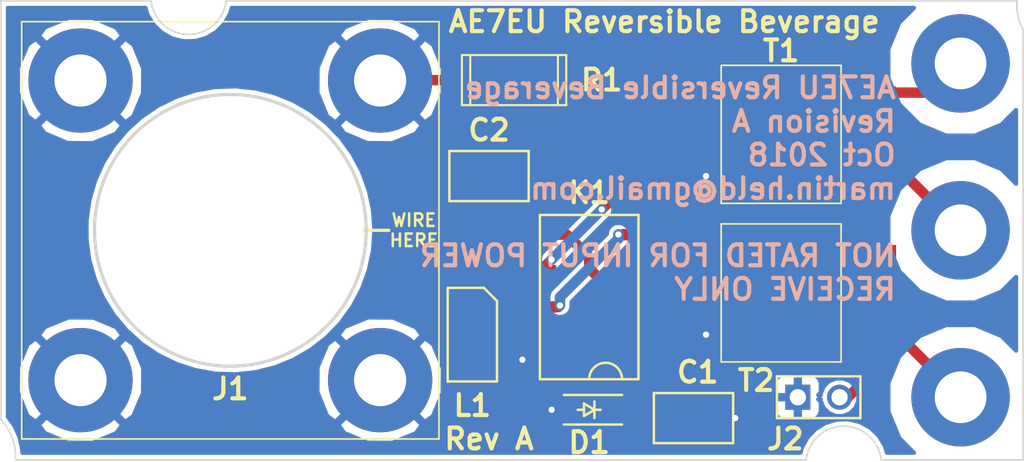
<source format=kicad_pcb>
(kicad_pcb (version 20171130) (host pcbnew "(5.0.0)")

  (general
    (thickness 1.5748)
    (drawings 37)
    (tracks 76)
    (zones 0)
    (modules 13)
    (nets 12)
  )

  (page A)
  (title_block
    (title "7th Area QSO Party Pixie Plaque")
    (date 2017-03-14)
    (rev A)
    (company "Central Oregon DX Club")
    (comment 1 "Design by Martin Held, AE7EU")
  )

  (layers
    (0 F.Cu signal)
    (31 B.Cu signal)
    (34 B.Paste user)
    (35 F.Paste user)
    (36 B.SilkS user)
    (37 F.SilkS user)
    (38 B.Mask user)
    (39 F.Mask user)
    (40 Dwgs.User user hide)
    (41 Cmts.User user)
    (44 Edge.Cuts user)
    (45 Margin user)
    (46 B.CrtYd user)
    (47 F.CrtYd user hide)
    (48 B.Fab user)
    (49 F.Fab user hide)
  )

  (setup
    (last_trace_width 0.1524)
    (user_trace_width 0.1524)
    (user_trace_width 0.2032)
    (user_trace_width 0.254)
    (user_trace_width 0.381)
    (user_trace_width 0.508)
    (user_trace_width 0.635)
    (user_trace_width 0.889)
    (user_trace_width 1.27)
    (trace_clearance 0.1524)
    (zone_clearance 0.254)
    (zone_45_only no)
    (trace_min 0.1524)
    (segment_width 0.2)
    (edge_width 0.1)
    (via_size 0.635)
    (via_drill 0.381)
    (via_min_size 0.635)
    (via_min_drill 0.381)
    (user_via 0.635 0.381)
    (user_via 0.635 0.381)
    (user_via 0.889 0.635)
    (user_via 0.889 0.635)
    (user_via 1.27 0.889)
    (user_via 1.27 0.889)
    (user_via 1.905 1.524)
    (user_via 1.905 1.524)
    (uvia_size 0.508)
    (uvia_drill 0.127)
    (uvias_allowed no)
    (uvia_min_size 0.508)
    (uvia_min_drill 0.127)
    (pcb_text_width 0.3)
    (pcb_text_size 1.5 1.5)
    (mod_edge_width 0.15)
    (mod_text_size 1.27 1.27)
    (mod_text_width 0.254)
    (pad_size 5.9944 5.9944)
    (pad_drill 3.1496)
    (pad_to_mask_clearance 0)
    (aux_axis_origin 0 0)
    (visible_elements 7FFFFF7F)
    (pcbplotparams
      (layerselection 0x010fc_ffffffff)
      (usegerberextensions true)
      (usegerberattributes false)
      (usegerberadvancedattributes false)
      (creategerberjobfile false)
      (excludeedgelayer true)
      (linewidth 0.152400)
      (plotframeref false)
      (viasonmask false)
      (mode 1)
      (useauxorigin false)
      (hpglpennumber 1)
      (hpglpenspeed 20)
      (hpglpendiameter 15.000000)
      (psnegative false)
      (psa4output false)
      (plotreference true)
      (plotvalue false)
      (plotinvisibletext false)
      (padsonsilk false)
      (subtractmaskfromsilk true)
      (outputformat 1)
      (mirror false)
      (drillshape 0)
      (scaleselection 1)
      (outputdirectory "Gerber/"))
  )

  (net 0 "")
  (net 1 GND)
  (net 2 /DC_BIAS)
  (net 3 /RF_OUT)
  (net 4 "Net-(C2-Pad2)")
  (net 5 "Net-(K1-Pad2)")
  (net 6 /COMMON)
  (net 7 /DIFFERENTIAL)
  (net 8 "Net-(T1-Pad4)")
  (net 9 "Net-(T1-Pad5)")
  (net 10 "Net-(T1-Pad6)")
  (net 11 "Net-(J2-Pad2)")

  (net_class Default "This is the default net class."
    (clearance 0.1524)
    (trace_width 0.1524)
    (via_dia 0.635)
    (via_drill 0.381)
    (uvia_dia 0.508)
    (uvia_drill 0.127)
    (add_net /COMMON)
    (add_net /DC_BIAS)
    (add_net /DIFFERENTIAL)
    (add_net /RF_OUT)
    (add_net GND)
    (add_net "Net-(C2-Pad2)")
    (add_net "Net-(J2-Pad2)")
    (add_net "Net-(K1-Pad2)")
    (add_net "Net-(T1-Pad4)")
    (add_net "Net-(T1-Pad5)")
    (add_net "Net-(T1-Pad6)")
  )

  (module mheld_std:IND-7447669 (layer F.Cu) (tedit 5BBBF0AD) (tstamp 5BC22770)
    (at 59.69 48.768 180)
    (path /5BC1735E)
    (attr smd)
    (fp_text reference L1 (at 0 -4.318) (layer F.SilkS)
      (effects (font (size 1.27 1.27) (thickness 0.254)))
    )
    (fp_text value 220uH (at 2.25 0 270) (layer F.SilkS) hide
      (effects (font (size 0.762 0.762) (thickness 0.1524)))
    )
    (fp_line (start -1.65 3) (end -1.65 -3) (layer F.CrtYd) (width 0.05))
    (fp_line (start 1.65 3) (end -1.65 3) (layer F.CrtYd) (width 0.05))
    (fp_line (start 1.65 -3) (end 1.65 3) (layer F.CrtYd) (width 0.05))
    (fp_line (start -1.65 -3) (end 1.65 -3) (layer F.CrtYd) (width 0.05))
    (fp_line (start 1.5 2.85) (end -0.7 2.85) (layer F.SilkS) (width 0.15))
    (fp_line (start 1.5 -2.85) (end 1.5 2.85) (layer F.SilkS) (width 0.15))
    (fp_line (start -1.5 -2.85) (end 1.5 -2.85) (layer F.SilkS) (width 0.15))
    (fp_line (start -1.5 2.05) (end -1.5 -2.85) (layer F.SilkS) (width 0.15))
    (fp_line (start -0.7 2.85) (end -1.5 2.05) (layer F.SilkS) (width 0.15))
    (pad 1 smd rect (at 0 2.6 180) (size 1.6 1.5) (layers F.Cu F.Paste F.Mask)
      (net 4 "Net-(C2-Pad2)"))
    (pad 2 smd rect (at 0 -2.6 180) (size 1.6 1.5) (layers F.Cu F.Paste F.Mask)
      (net 2 /DC_BIAS))
  )

  (module mheld_std:C1210 (layer F.Cu) (tedit 54088696) (tstamp 5BC22729)
    (at 73.152 53.848)
    (descr "SMT capacitor, 1210")
    (path /5BC65F95)
    (fp_text reference C1 (at 0.254 -2.794) (layer F.SilkS)
      (effects (font (size 1.27 1.27) (thickness 0.254)))
    )
    (fp_text value "0.1uF 100V" (at -0.0254 1.7272) (layer F.SilkS) hide
      (effects (font (size 1.27 1.27) (thickness 0.254)))
    )
    (fp_line (start 2.413 -1.524) (end -2.413 -1.524) (layer F.SilkS) (width 0.15))
    (fp_line (start 2.413 1.524) (end 2.413 -1.524) (layer F.SilkS) (width 0.15))
    (fp_line (start -2.413 1.524) (end 2.413 1.524) (layer F.SilkS) (width 0.15))
    (fp_line (start -2.413 -1.524) (end -2.413 1.524) (layer F.SilkS) (width 0.15))
    (pad 2 smd rect (at -1.397 0) (size 1.6002 2.6924) (layers F.Cu F.Paste F.Mask)
      (net 2 /DC_BIAS))
    (pad 1 smd rect (at 1.397 0) (size 1.6002 2.6924) (layers F.Cu F.Paste F.Mask)
      (net 1 GND))
    (model smd/capacitors/c_1210.wrl
      (at (xyz 0 0 0))
      (scale (xyz 1 1 1))
      (rotate (xyz 0 0 0))
    )
  )

  (module mheld_std:C1210 (layer F.Cu) (tedit 54088696) (tstamp 5BC22733)
    (at 60.706 39.116)
    (descr "SMT capacitor, 1210")
    (path /5BC2502E)
    (fp_text reference C2 (at 0 -2.794) (layer F.SilkS)
      (effects (font (size 1.27 1.27) (thickness 0.254)))
    )
    (fp_text value "0.1uF 100V" (at -0.0254 1.7272) (layer F.SilkS) hide
      (effects (font (size 1.27 1.27) (thickness 0.254)))
    )
    (fp_line (start -2.413 -1.524) (end -2.413 1.524) (layer F.SilkS) (width 0.15))
    (fp_line (start -2.413 1.524) (end 2.413 1.524) (layer F.SilkS) (width 0.15))
    (fp_line (start 2.413 1.524) (end 2.413 -1.524) (layer F.SilkS) (width 0.15))
    (fp_line (start 2.413 -1.524) (end -2.413 -1.524) (layer F.SilkS) (width 0.15))
    (pad 1 smd rect (at 1.397 0) (size 1.6002 2.6924) (layers F.Cu F.Paste F.Mask)
      (net 3 /RF_OUT))
    (pad 2 smd rect (at -1.397 0) (size 1.6002 2.6924) (layers F.Cu F.Paste F.Mask)
      (net 4 "Net-(C2-Pad2)"))
    (model smd/capacitors/c_1210.wrl
      (at (xyz 0 0 0))
      (scale (xyz 1 1 1))
      (rotate (xyz 0 0 0))
    )
  )

  (module mheld_std:SOD-123 (layer F.Cu) (tedit 5BBBE935) (tstamp 5BC22745)
    (at 66.802 53.34 180)
    (descr SOD-123)
    (tags SOD-123)
    (path /5BC40F67)
    (attr smd)
    (fp_text reference D1 (at 0 -2 180) (layer F.SilkS)
      (effects (font (size 1.27 1.27) (thickness 0.254)))
    )
    (fp_text value diode-1 (at 0 2.1 180) (layer F.SilkS) hide
      (effects (font (size 1.27 1.27) (thickness 0.254)))
    )
    (fp_line (start 0.3175 0) (end 0.6985 0) (layer F.SilkS) (width 0.15))
    (fp_line (start -0.6985 0) (end -0.3175 0) (layer F.SilkS) (width 0.15))
    (fp_line (start -0.3175 0) (end 0.3175 -0.381) (layer F.SilkS) (width 0.15))
    (fp_line (start 0.3175 -0.381) (end 0.3175 0.381) (layer F.SilkS) (width 0.15))
    (fp_line (start 0.3175 0.381) (end -0.3175 0) (layer F.SilkS) (width 0.15))
    (fp_line (start -0.3175 -0.508) (end -0.3175 0.508) (layer F.SilkS) (width 0.15))
    (fp_line (start -2.25 -1.05) (end 2.25 -1.05) (layer F.CrtYd) (width 0.05))
    (fp_line (start 2.25 -1.05) (end 2.25 1.05) (layer F.CrtYd) (width 0.05))
    (fp_line (start 2.25 1.05) (end -2.25 1.05) (layer F.CrtYd) (width 0.05))
    (fp_line (start -2.25 -1.05) (end -2.25 1.05) (layer F.CrtYd) (width 0.05))
    (fp_line (start -2 0.9) (end 1.54 0.9) (layer F.SilkS) (width 0.15))
    (fp_line (start -2 -0.9) (end 1.54 -0.9) (layer F.SilkS) (width 0.15))
    (pad 2 smd rect (at -1.635 0 180) (size 0.91 1.22) (layers F.Cu F.Paste F.Mask)
      (net 2 /DC_BIAS))
    (pad 1 smd rect (at 1.635 0 180) (size 0.91 1.22) (layers F.Cu F.Paste F.Mask)
      (net 1 GND))
  )

  (module mheld_std:PANEL_UHF (layer F.Cu) (tedit 5BBBE554) (tstamp 5BC22753)
    (at 44.958 42.418)
    (path /5BC9285B)
    (fp_text reference J1 (at 0 9.652) (layer F.SilkS)
      (effects (font (size 1.27 1.27) (thickness 0.254)))
    )
    (fp_text value BNC-1 (at 0 11.43) (layer F.SilkS) hide
      (effects (font (size 1.27 1.27) (thickness 0.254)))
    )
    (fp_circle (center 0 0) (end 8.255 0) (layer F.SilkS) (width 0.1))
    (fp_line (start -12.7 -12.7) (end 12.7 -12.7) (layer F.SilkS) (width 0.1))
    (fp_line (start 12.7 -12.7) (end 12.7 12.7) (layer F.SilkS) (width 0.1))
    (fp_line (start 12.7 12.7) (end -12.7 12.7) (layer F.SilkS) (width 0.1))
    (fp_line (start -12.7 12.7) (end -12.7 -12.7) (layer F.SilkS) (width 0.1))
    (pad 2 thru_hole circle (at 9.1186 -9.1186) (size 6.35 6.35) (drill 3.175) (layers *.Cu *.Mask)
      (net 1 GND))
    (pad 2 thru_hole circle (at 9.1186 9.1186) (size 6.35 6.35) (drill 3.175) (layers *.Cu *.Mask)
      (net 1 GND))
    (pad 2 thru_hole circle (at -9.1186 9.1186) (size 6.35 6.35) (drill 3.175) (layers *.Cu *.Mask)
      (net 1 GND))
    (pad 2 thru_hole circle (at -9.1186 -9.1186) (size 6.35 6.35) (drill 3.175) (layers *.Cu *.Mask)
      (net 1 GND))
    (pad 1 smd rect (at 13.97 0) (size 2.54 2.54) (layers F.Cu F.Paste F.Mask)
      (net 4 "Net-(C2-Pad2)"))
  )

  (module mheld_std:IM_RELAY (layer F.Cu) (tedit 5BBBE770) (tstamp 5BC22764)
    (at 66.802 46.482 90)
    (path /5BBCD779)
    (fp_text reference K1 (at 6.35 0 180) (layer F.SilkS)
      (effects (font (size 1.27 1.27) (thickness 0.254)))
    )
    (fp_text value IM_RELAY (at -5.78 -2.72 180) (layer F.SilkS) hide
      (effects (font (size 1.27 1.27) (thickness 0.254)))
    )
    (fp_arc (start -5 1) (end -5 0) (angle 180) (layer F.SilkS) (width 0.15))
    (fp_line (start -5 -3) (end 5 -3) (layer F.SilkS) (width 0.15))
    (fp_line (start 5 -3) (end 5 3) (layer F.SilkS) (width 0.15))
    (fp_line (start 5 3) (end -5 3) (layer F.SilkS) (width 0.15))
    (fp_line (start -5 3) (end -5 -3) (layer F.SilkS) (width 0.15))
    (pad 8 smd rect (at -3.8 -3 90) (size 0.7 2) (layers F.Cu F.Paste F.Mask)
      (net 1 GND))
    (pad 7 smd rect (at -0.6 -3 90) (size 0.7 2) (layers F.Cu F.Paste F.Mask)
      (net 3 /RF_OUT))
    (pad 6 smd rect (at 1.6 -3 90) (size 0.7 2) (layers F.Cu F.Paste F.Mask)
      (net 7 /DIFFERENTIAL))
    (pad 5 smd rect (at 3.8 -3 90) (size 0.7 2) (layers F.Cu F.Paste F.Mask)
      (net 5 "Net-(K1-Pad2)"))
    (pad 4 smd rect (at 3.8 3 90) (size 0.7 2) (layers F.Cu F.Paste F.Mask)
      (net 3 /RF_OUT))
    (pad 3 smd rect (at 1.6 3 90) (size 0.7 2) (layers F.Cu F.Paste F.Mask)
      (net 6 /COMMON))
    (pad 2 smd rect (at -0.6 3 90) (size 0.7 2) (layers F.Cu F.Paste F.Mask)
      (net 5 "Net-(K1-Pad2)"))
    (pad 1 smd rect (at -3.8 3 90) (size 0.7 2) (layers F.Cu F.Paste F.Mask)
      (net 2 /DC_BIAS))
    (model 3DModels/IM_RELAY.wrl
      (at (xyz 0 0 0))
      (scale (xyz 0.393 0.393 0.393))
      (rotate (xyz 0 0 90))
    )
  )

  (module mheld_std:R2512 (layer F.Cu) (tedit 54B6B8E8) (tstamp 5BC2277C)
    (at 62.23 33.274 180)
    (descr "SMT resistor, 2512")
    (path /5BBFC510)
    (fp_text reference R1 (at -5.334 0 180) (layer F.SilkS)
      (effects (font (size 1.27 1.27) (thickness 0.254)))
    )
    (fp_text value 51 (at 0 2.032 180) (layer F.SilkS) hide
      (effects (font (size 1.27 1.27) (thickness 0.254)))
    )
    (fp_line (start 2.667 -1.524) (end 2.667 1.524) (layer F.SilkS) (width 0.127))
    (fp_line (start -2.667 -1.524) (end -2.667 1.524) (layer F.SilkS) (width 0.127))
    (fp_line (start -3.175 -1.524) (end -3.175 1.524) (layer F.SilkS) (width 0.127))
    (fp_line (start -3.175 1.524) (end 3.175 1.524) (layer F.SilkS) (width 0.127))
    (fp_line (start 3.175 1.524) (end 3.175 -1.524) (layer F.SilkS) (width 0.127))
    (fp_line (start 3.175 -1.524) (end -3.175 -1.524) (layer F.SilkS) (width 0.127))
    (pad 1 smd rect (at 3.1877 0 180) (size 1.6002 3.175) (layers F.Cu F.Paste F.Mask)
      (net 1 GND))
    (pad 2 smd rect (at -3.1877 0 180) (size 1.6002 3.175) (layers F.Cu F.Paste F.Mask)
      (net 5 "Net-(K1-Pad2)"))
    (model smd/resistors/r_2512.wrl
      (at (xyz 0 0 0))
      (scale (xyz 1 1 1))
      (rotate (xyz 0 0 0))
    )
  )

  (module mheld_std:TFORM_WBT_SMT (layer F.Cu) (tedit 5BBBE706) (tstamp 5BC2278A)
    (at 78.486 36.576)
    (path /5BBD957D)
    (fp_text reference T1 (at 0 -5.08) (layer F.SilkS)
      (effects (font (size 1.27 1.27) (thickness 0.254)))
    )
    (fp_text value transformer_PWB (at 0 5.588) (layer F.SilkS) hide
      (effects (font (size 1.27 1.27) (thickness 0.254)))
    )
    (fp_line (start -3.65 -4.2) (end 3.65 -4.2) (layer F.SilkS) (width 0.1))
    (fp_line (start 3.65 -4.2) (end 3.65 4.2) (layer F.SilkS) (width 0.1))
    (fp_line (start 3.65 4.2) (end -3.65 4.2) (layer F.SilkS) (width 0.1))
    (fp_line (start -3.65 4.2) (end -3.65 -4.2) (layer F.SilkS) (width 0.1))
    (pad 6 smd rect (at 6 -2.54) (size 2 0.76) (layers F.Cu F.Paste F.Mask)
      (net 10 "Net-(T1-Pad6)"))
    (pad 5 smd rect (at 6 0) (size 2 0.76) (layers F.Cu F.Paste F.Mask)
      (net 9 "Net-(T1-Pad5)"))
    (pad 4 smd rect (at 6 2.54) (size 2 0.76) (layers F.Cu F.Paste F.Mask)
      (net 8 "Net-(T1-Pad4)"))
    (pad 3 smd rect (at -6 2.54) (size 2 0.76) (layers F.Cu F.Paste F.Mask)
      (net 1 GND))
    (pad 2 smd rect (at -6 0) (size 2 0.76) (layers F.Cu F.Paste F.Mask))
    (pad 1 smd rect (at -6 -2.54) (size 2 0.76) (layers F.Cu F.Paste F.Mask)
      (net 7 /DIFFERENTIAL))
  )

  (module mheld_std:TFORM_WBT_SMT (layer F.Cu) (tedit 5BBBE706) (tstamp 5BC22798)
    (at 78.486 46.228)
    (path /5BBD96A1)
    (fp_text reference T2 (at -1.524 5.334) (layer F.SilkS)
      (effects (font (size 1.27 1.27) (thickness 0.254)))
    )
    (fp_text value transformer_PWB (at 0 5.588) (layer F.SilkS) hide
      (effects (font (size 1.27 1.27) (thickness 0.254)))
    )
    (fp_line (start -3.65 4.2) (end -3.65 -4.2) (layer F.SilkS) (width 0.1))
    (fp_line (start 3.65 4.2) (end -3.65 4.2) (layer F.SilkS) (width 0.1))
    (fp_line (start 3.65 -4.2) (end 3.65 4.2) (layer F.SilkS) (width 0.1))
    (fp_line (start -3.65 -4.2) (end 3.65 -4.2) (layer F.SilkS) (width 0.1))
    (pad 1 smd rect (at -6 -2.54) (size 2 0.76) (layers F.Cu F.Paste F.Mask)
      (net 6 /COMMON))
    (pad 2 smd rect (at -6 0) (size 2 0.76) (layers F.Cu F.Paste F.Mask))
    (pad 3 smd rect (at -6 2.54) (size 2 0.76) (layers F.Cu F.Paste F.Mask)
      (net 1 GND))
    (pad 4 smd rect (at 6 2.54) (size 2 0.76) (layers F.Cu F.Paste F.Mask)
      (net 11 "Net-(J2-Pad2)"))
    (pad 5 smd rect (at 6 0) (size 2 0.76) (layers F.Cu F.Paste F.Mask))
    (pad 6 smd rect (at 6 -2.54) (size 2 0.76) (layers F.Cu F.Paste F.Mask)
      (net 9 "Net-(T1-Pad5)"))
  )

  (module mheld_std:TH_440 (layer F.Cu) (tedit 5BBBEBEA) (tstamp 5BC2279D)
    (at 89.408 32.258)
    (path /5BCCBED4)
    (fp_text reference TH1 (at -2.17 -4.29) (layer F.SilkS) hide
      (effects (font (size 1.27 1.27) (thickness 0.254)))
    )
    (fp_text value TP (at 3.29 -4.27) (layer F.SilkS) hide
      (effects (font (size 1.27 1.27) (thickness 0.254)))
    )
    (pad 1 thru_hole circle (at 0 0) (size 5.9944 5.9944) (drill 3.1496) (layers *.Cu *.Mask)
      (net 10 "Net-(T1-Pad6)") (clearance 1.27))
  )

  (module mheld_std:TH_440 (layer F.Cu) (tedit 5BBBEBE5) (tstamp 5BC227A2)
    (at 89.408 42.418)
    (path /5BCD17CC)
    (fp_text reference TH2 (at -2.17 -4.29) (layer F.SilkS) hide
      (effects (font (size 1.27 1.27) (thickness 0.254)))
    )
    (fp_text value TP (at 3.29 -4.27) (layer F.SilkS) hide
      (effects (font (size 1.27 1.27) (thickness 0.254)))
    )
    (pad 1 thru_hole circle (at 0 0) (size 5.9944 5.9944) (drill 3.1496) (layers *.Cu *.Mask)
      (net 8 "Net-(T1-Pad4)") (clearance 1.27))
  )

  (module mheld_std:TH_440 (layer F.Cu) (tedit 5BBBEBF2) (tstamp 5BC227A7)
    (at 89.408 52.578)
    (path /5BCD5B13)
    (fp_text reference TH3 (at -2.17 -4.29) (layer F.SilkS) hide
      (effects (font (size 1.27 1.27) (thickness 0.254)))
    )
    (fp_text value TP (at 3.29 -4.27) (layer F.SilkS) hide
      (effects (font (size 1.27 1.27) (thickness 0.254)))
    )
    (pad 1 thru_hole circle (at 0 0) (size 5.9944 5.9944) (drill 3.1496) (layers *.Cu *.Mask)
      (net 11 "Net-(J2-Pad2)") (clearance 1.27))
  )

  (module mheld_std:HDR2X1_P1 (layer F.Cu) (tedit 5BBBE906) (tstamp 5BC22FAB)
    (at 79.502 52.578 90)
    (path /5BCD886F)
    (fp_text reference J2 (at -2.54 -0.762 180) (layer F.SilkS)
      (effects (font (size 1.27 1.27) (thickness 0.254)))
    )
    (fp_text value HDR2X1 (at 0.47 -1.94 90) (layer F.SilkS) hide
      (effects (font (size 1.27 1.27) (thickness 0.254)))
    )
    (fp_line (start -1.27 -1.27) (end 1.27 -1.27) (layer F.SilkS) (width 0.15))
    (fp_line (start 1.27 -1.27) (end 1.27 3.81) (layer F.SilkS) (width 0.15))
    (fp_line (start 1.27 3.81) (end -1.27 3.81) (layer F.SilkS) (width 0.15))
    (fp_line (start -1.27 3.81) (end -1.27 -1.27) (layer F.SilkS) (width 0.15))
    (pad 2 thru_hole circle (at 0 2.54 90) (size 1.524 1.524) (drill 0.9906) (layers *.Cu *.Mask)
      (net 11 "Net-(J2-Pad2)"))
    (pad 1 thru_hole rect (at 0 0 90) (size 1.524 1.524) (drill 0.9906) (layers *.Cu *.Mask)
      (net 1 GND))
  )

  (gr_line (start 31.877 56.134) (end 31.877 56.388) (layer Edge.Cuts) (width 0.1))
  (gr_arc (start 28.702 56.134) (end 31.877 56.134) (angle -43.36342296) (layer Edge.Cuts) (width 0.1))
  (gr_line (start 28.702 56.134) (end 28.829 56.134) (layer Dwgs.User) (width 0.1))
  (gr_line (start 28.702 56.134) (end 28.702 56.007) (layer Dwgs.User) (width 0.1))
  (gr_arc (start 96.012 28.702) (end 92.837 28.702) (angle -28.6) (layer Edge.Cuts) (width 0.1))
  (gr_line (start 96.012 28.194) (end 96.012 29.083) (layer Dwgs.User) (width 0.2))
  (gr_line (start 95.758 28.702) (end 96.266 28.702) (layer Dwgs.User) (width 0.2))
  (gr_line (start 92.837 28.448) (end 92.837 28.702) (layer Edge.Cuts) (width 0.1))
  (gr_line (start 84.582 56.388) (end 93.218 56.388) (layer Edge.Cuts) (width 0.1))
  (gr_arc (start 82.296 56.642) (end 84.581999 56.388001) (angle -167.3196165) (layer Edge.Cuts) (width 0.1))
  (gr_arc (start 42.418 28.194) (end 44.703999 28.447999) (angle 167.3) (layer Edge.Cuts) (width 0.1))
  (gr_line (start 40.132 28.448) (end 30.988 28.448) (layer Edge.Cuts) (width 0.1))
  (gr_line (start 25.4 42.418) (end 99.314 42.418) (layer Dwgs.User) (width 0.2))
  (gr_circle (center 82.296 56.642) (end 84.328 56.642) (layer Dwgs.User) (width 0.2) (tstamp 5BBBF714))
  (gr_circle (center 42.418 28.194) (end 44.45 28.194) (layer Dwgs.User) (width 0.2) (tstamp 5BBBF711))
  (gr_line (start 25.4 53.086) (end 28.702 53.086) (layer Dwgs.User) (width 0.2) (tstamp 5BBBF720))
  (gr_line (start 31.75 59.436) (end 31.75 56.134) (layer Dwgs.User) (width 0.2) (tstamp 5BBBF723))
  (gr_arc (start 28.702 56.134) (end 31.75 56.134) (angle -90) (layer Dwgs.User) (width 0.2) (tstamp 5BBBF71A))
  (gr_line (start 99.314 31.75) (end 96.012 31.75) (layer Dwgs.User) (width 0.2) (tstamp 5BBBF71D))
  (gr_arc (start 96.012 28.702) (end 92.964 28.702) (angle -90) (layer Dwgs.User) (width 0.2) (tstamp 5BBBF72C))
  (gr_line (start 92.964 25.4) (end 92.964 28.702) (layer Dwgs.User) (width 0.2) (tstamp 5BBBF729))
  (gr_line (start 25.4 53.086) (end 25.4 25.4) (layer Dwgs.User) (width 0.2) (tstamp 5BBBF717))
  (gr_line (start 99.314 59.436) (end 31.75 59.436) (layer Dwgs.User) (width 0.2) (tstamp 5BBBF72F))
  (gr_line (start 99.314 31.75) (end 99.314 59.436) (layer Dwgs.User) (width 0.2) (tstamp 5BBBF732))
  (gr_line (start 25.4 25.4) (end 92.964 25.4) (layer Dwgs.User) (width 0.2) (tstamp 5BBBF726))
  (dimension 27.94 (width 0.3) (layer Dwgs.User)
    (gr_text "1.1000 in" (at 96.588 42.418 270) (layer Dwgs.User)
      (effects (font (size 1.5 1.5) (thickness 0.3)))
    )
    (feature1 (pts (xy 93.218 56.388) (xy 95.074421 56.388)))
    (feature2 (pts (xy 93.218 28.448) (xy 95.074421 28.448)))
    (crossbar (pts (xy 94.488 28.448) (xy 94.488 56.388)))
    (arrow1a (pts (xy 94.488 56.388) (xy 93.901579 55.261496)))
    (arrow1b (pts (xy 94.488 56.388) (xy 95.074421 55.261496)))
    (arrow2a (pts (xy 94.488 28.448) (xy 93.901579 29.574504)))
    (arrow2b (pts (xy 94.488 28.448) (xy 95.074421 29.574504)))
  )
  (gr_line (start 54.61 42.418) (end 53.086 42.418) (layer F.SilkS) (width 0.2))
  (gr_text "WIRE\nHERE" (at 56.134 42.418) (layer F.SilkS) (tstamp 5BC237C3)
    (effects (font (size 0.762 0.762) (thickness 0.1524)))
  )
  (gr_text "Rev A" (at 60.706 55.118) (layer F.SilkS) (tstamp 5BC235FE)
    (effects (font (size 1.27 1.27) (thickness 0.254)))
  )
  (gr_text "AE7EU Reversible Beverage\nRevision A\nOct 2018\nmartin.held@gmail.com\n\nNOT RATED FOR INPUT POWER\nRECEIVE ONLY" (at 85.598 39.878) (layer B.SilkS) (tstamp 5BC235D7)
    (effects (font (size 1.27 1.27) (thickness 0.254)) (justify left mirror))
  )
  (gr_text "AE7EU Reversible Beverage" (at 71.374 29.718) (layer F.SilkS)
    (effects (font (size 1.27 1.27) (thickness 0.254)))
  )
  (dimension 62.23 (width 0.3) (layer Dwgs.User)
    (gr_text "2.4500 in" (at 62.103 24.824) (layer Dwgs.User)
      (effects (font (size 1.5 1.5) (thickness 0.3)))
    )
    (feature1 (pts (xy 93.218 28.448) (xy 93.218 26.337579)))
    (feature2 (pts (xy 30.988 28.448) (xy 30.988 26.337579)))
    (crossbar (pts (xy 30.988 26.924) (xy 93.218 26.924)))
    (arrow1a (pts (xy 93.218 26.924) (xy 92.091496 27.510421)))
    (arrow1b (pts (xy 93.218 26.924) (xy 92.091496 26.337579)))
    (arrow2a (pts (xy 30.988 26.924) (xy 32.114504 27.510421)))
    (arrow2b (pts (xy 30.988 26.924) (xy 32.114504 26.337579)))
  )
  (gr_circle (center 44.958 42.418) (end 53.086 40.894) (layer Edge.Cuts) (width 0.2))
  (gr_line (start 92.837 28.448) (end 44.704 28.448) (layer Edge.Cuts) (width 0.1))
  (gr_line (start 93.218 56.388) (end 93.218 30.226) (layer Edge.Cuts) (width 0.1))
  (gr_line (start 31.877 56.388) (end 80.01 56.388) (layer Edge.Cuts) (width 0.1))
  (gr_line (start 30.988 28.448) (end 30.988 53.975) (layer Edge.Cuts) (width 0.1))

  (via (at 73.914 39.116) (size 0.635) (drill 0.381) (layers F.Cu B.Cu) (net 1))
  (segment (start 72.486 39.116) (end 73.914 39.116) (width 0.635) (layer F.Cu) (net 1))
  (via (at 73.914 48.768) (size 0.635) (drill 0.381) (layers F.Cu B.Cu) (net 1))
  (segment (start 72.486 48.768) (end 73.914 48.768) (width 0.635) (layer F.Cu) (net 1))
  (via (at 62.738 50.292) (size 0.635) (drill 0.381) (layers F.Cu B.Cu) (net 1))
  (segment (start 63.802 50.282) (end 62.748 50.282) (width 0.635) (layer F.Cu) (net 1))
  (segment (start 62.748 50.282) (end 62.738 50.292) (width 0.635) (layer F.Cu) (net 1))
  (via (at 64.516 53.34) (size 0.635) (drill 0.381) (layers F.Cu B.Cu) (net 1))
  (segment (start 65.167 53.34) (end 64.516 53.34) (width 0.635) (layer F.Cu) (net 1))
  (segment (start 54.102 33.274) (end 54.0766 33.2994) (width 0.635) (layer F.Cu) (net 1))
  (segment (start 58.928 33.274) (end 54.102 33.274) (width 0.635) (layer F.Cu) (net 1))
  (segment (start 74.549 53.848) (end 75.692 53.848) (width 0.635) (layer F.Cu) (net 1))
  (via (at 75.692002 53.848) (size 0.635) (drill 0.381) (layers F.Cu B.Cu) (net 1))
  (segment (start 69.802 51.864) (end 69.802 50.282) (width 0.635) (layer F.Cu) (net 2))
  (segment (start 68.437 53.34) (end 68.437 53.229) (width 0.635) (layer F.Cu) (net 2))
  (segment (start 68.437 53.229) (end 69.802 51.864) (width 0.635) (layer F.Cu) (net 2))
  (segment (start 68.945 53.848) (end 68.437 53.34) (width 0.635) (layer F.Cu) (net 2))
  (segment (start 71.755 53.848) (end 68.945 53.848) (width 0.635) (layer F.Cu) (net 2))
  (segment (start 68.437 53.185) (end 68.437 53.34) (width 0.635) (layer F.Cu) (net 2))
  (segment (start 67.2077 51.9557) (end 68.437 53.185) (width 0.635) (layer F.Cu) (net 2))
  (segment (start 59.69 51.308) (end 60.3377 51.9557) (width 0.635) (layer F.Cu) (net 2))
  (segment (start 60.3377 51.9557) (end 67.2077 51.9557) (width 0.635) (layer F.Cu) (net 2))
  (via (at 65.024 46.99) (size 0.635) (drill 0.381) (layers F.Cu B.Cu) (net 3))
  (segment (start 63.802 47.082) (end 64.932 47.082) (width 0.635) (layer F.Cu) (net 3))
  (segment (start 64.932 47.082) (end 65.024 46.99) (width 0.635) (layer F.Cu) (net 3))
  (via (at 68.58 42.672) (size 0.635) (drill 0.381) (layers F.Cu B.Cu) (net 3))
  (segment (start 69.792 42.672) (end 69.802 42.682) (width 0.635) (layer F.Cu) (net 3))
  (segment (start 68.58 42.672) (end 69.792 42.672) (width 0.635) (layer F.Cu) (net 3))
  (segment (start 68.58 42.926) (end 68.58 42.672) (width 0.635) (layer B.Cu) (net 3))
  (segment (start 65.024 46.99) (end 65.024 46.482) (width 0.635) (layer B.Cu) (net 3))
  (segment (start 65.024 46.482) (end 68.58 42.926) (width 0.635) (layer B.Cu) (net 3))
  (segment (start 63.152 47.082) (end 63.802 47.082) (width 0.635) (layer F.Cu) (net 3))
  (segment (start 62.103 39.116) (end 62.103 46.033) (width 0.635) (layer F.Cu) (net 3))
  (segment (start 62.103 46.033) (end 63.152 47.082) (width 0.635) (layer F.Cu) (net 3))
  (segment (start 58.928 39.497) (end 59.309 39.116) (width 0.635) (layer F.Cu) (net 4))
  (segment (start 58.928 42.418) (end 58.928 39.497) (width 0.635) (layer F.Cu) (net 4))
  (segment (start 59.69 45.974) (end 59.69 46.228) (width 0.635) (layer F.Cu) (net 4))
  (segment (start 58.928 42.418) (end 58.928 45.212) (width 0.635) (layer F.Cu) (net 4))
  (segment (start 58.928 45.212) (end 59.69 45.974) (width 0.635) (layer F.Cu) (net 4))
  (segment (start 65.437 42.682) (end 66.802 44.047) (width 0.635) (layer F.Cu) (net 5))
  (segment (start 63.802 42.682) (end 65.437 42.682) (width 0.635) (layer F.Cu) (net 5))
  (segment (start 69.152 47.082) (end 69.802 47.082) (width 0.635) (layer F.Cu) (net 5))
  (segment (start 66.802 44.047) (end 66.802 44.732) (width 0.635) (layer F.Cu) (net 5))
  (segment (start 66.802 44.732) (end 69.152 47.082) (width 0.635) (layer F.Cu) (net 5))
  (segment (start 64.452 42.682) (end 63.802 42.682) (width 0.635) (layer F.Cu) (net 5))
  (segment (start 65.437 41.697) (end 64.452 42.682) (width 0.635) (layer F.Cu) (net 5))
  (segment (start 65.437 41.0856) (end 65.437 41.697) (width 0.635) (layer F.Cu) (net 5))
  (segment (start 65.4177 33.274) (end 65.4177 41.0663) (width 0.635) (layer F.Cu) (net 5))
  (segment (start 65.4177 41.0663) (end 65.437 41.0856) (width 0.635) (layer F.Cu) (net 5))
  (segment (start 71.882 43.688) (end 72.486 43.688) (width 0.635) (layer F.Cu) (net 6))
  (segment (start 69.802 44.882) (end 70.688 44.882) (width 0.635) (layer F.Cu) (net 6))
  (segment (start 70.688 44.882) (end 71.882 43.688) (width 0.635) (layer F.Cu) (net 6))
  (via (at 64.516 44.196) (size 0.635) (drill 0.381) (layers F.Cu B.Cu) (net 7))
  (segment (start 63.802 44.882) (end 63.83 44.882) (width 0.635) (layer F.Cu) (net 7))
  (segment (start 63.83 44.882) (end 64.516 44.196) (width 0.635) (layer F.Cu) (net 7))
  (segment (start 67.563986 41.148014) (end 67.564 41.148014) (width 0.635) (layer B.Cu) (net 7))
  (segment (start 64.516 44.196) (end 67.563986 41.148014) (width 0.635) (layer B.Cu) (net 7))
  (via (at 67.564 41.148014) (size 0.635) (drill 0.381) (layers F.Cu B.Cu) (net 7))
  (segment (start 68.834 39.878014) (end 67.564 41.148014) (width 0.635) (layer F.Cu) (net 7))
  (segment (start 68.834 35.56) (end 68.834 39.878014) (width 0.635) (layer F.Cu) (net 7))
  (segment (start 72.486 34.036) (end 70.358 34.036) (width 0.635) (layer F.Cu) (net 7))
  (segment (start 70.358 34.036) (end 68.834 35.56) (width 0.635) (layer F.Cu) (net 7))
  (segment (start 86.106 39.116) (end 89.408 42.418) (width 0.635) (layer F.Cu) (net 8))
  (segment (start 84.486 39.116) (end 86.106 39.116) (width 0.635) (layer F.Cu) (net 8))
  (segment (start 83.312 43.688) (end 84.486 43.688) (width 0.635) (layer F.Cu) (net 9))
  (segment (start 82.042 42.418) (end 83.312 43.688) (width 0.635) (layer F.Cu) (net 9))
  (segment (start 82.042 37.338) (end 82.042 42.418) (width 0.635) (layer F.Cu) (net 9))
  (segment (start 84.486 36.576) (end 82.804 36.576) (width 0.635) (layer F.Cu) (net 9))
  (segment (start 82.804 36.576) (end 82.042 37.338) (width 0.635) (layer F.Cu) (net 9))
  (segment (start 87.63 34.036) (end 89.408 32.258) (width 0.635) (layer F.Cu) (net 10))
  (segment (start 84.486 34.036) (end 90.424 34.036) (width 0.635) (layer F.Cu) (net 10))
  (segment (start 85.598 48.768) (end 89.408 52.578) (width 0.635) (layer F.Cu) (net 11))
  (segment (start 85.598 48.768) (end 84.486 48.768) (width 0.635) (layer F.Cu) (net 11))
  (segment (start 84.486 50.642) (end 84.486 48.768) (width 0.635) (layer F.Cu) (net 11))
  (segment (start 82.042 52.578) (end 82.55 52.578) (width 0.635) (layer F.Cu) (net 11))
  (segment (start 82.55 52.578) (end 84.486 50.642) (width 0.635) (layer F.Cu) (net 11))

  (zone (net 1) (net_name GND) (layer B.Cu) (tstamp 5BBBF9F7) (hatch edge 0.508)
    (connect_pads (clearance 0.254))
    (min_thickness 0.254)
    (fill yes (arc_segments 16) (thermal_gap 0.508) (thermal_bridge_width 0.508))
    (polygon
      (pts
        (xy 93.218 56.388) (xy 93.218 28.448) (xy 30.988 28.448) (xy 30.988 56.388)
      )
    )
    (filled_polygon
      (pts
        (xy 39.897296 29.236985) (xy 39.942448 29.340041) (xy 39.942452 29.340046) (xy 40.253132 29.853852) (xy 40.323418 29.941711)
        (xy 40.323422 29.941714) (xy 40.756499 30.357603) (xy 40.84713 30.424277) (xy 41.373095 30.713909) (xy 41.466336 30.750337)
        (xy 41.477895 30.754853) (xy 42.0609 30.898486) (xy 42.172725 30.910911) (xy 42.172726 30.910911) (xy 42.77304 30.898757)
        (xy 42.884271 30.881816) (xy 43.460985 30.714704) (xy 43.564041 30.669552) (xy 43.564046 30.669548) (xy 43.717888 30.576525)
        (xy 51.53333 30.576525) (xy 54.0766 33.119795) (xy 56.61987 30.576525) (xy 56.25597 30.08369) (xy 54.859476 29.494463)
        (xy 53.343797 29.484502) (xy 51.93968 30.055326) (xy 51.89723 30.08369) (xy 51.53333 30.576525) (xy 43.717888 30.576525)
        (xy 44.077852 30.358868) (xy 44.165711 30.288582) (xy 44.165714 30.288578) (xy 44.581603 29.855501) (xy 44.612353 29.813702)
        (xy 44.648277 29.76487) (xy 44.937909 29.238905) (xy 44.978853 29.134105) (xy 45.041702 28.879) (xy 86.572664 28.879)
        (xy 85.682778 29.768886) (xy 85.0138 31.383939) (xy 85.0138 33.132061) (xy 85.682778 34.747114) (xy 86.918886 35.983222)
        (xy 88.533939 36.6522) (xy 90.282061 36.6522) (xy 91.897114 35.983222) (xy 92.787001 35.093335) (xy 92.787001 39.582665)
        (xy 91.897114 38.692778) (xy 90.282061 38.0238) (xy 88.533939 38.0238) (xy 86.918886 38.692778) (xy 85.682778 39.928886)
        (xy 85.0138 41.543939) (xy 85.0138 43.292061) (xy 85.682778 44.907114) (xy 86.918886 46.143222) (xy 88.533939 46.8122)
        (xy 90.282061 46.8122) (xy 91.897114 46.143222) (xy 92.787 45.253336) (xy 92.787 49.742664) (xy 91.897114 48.852778)
        (xy 90.282061 48.1838) (xy 88.533939 48.1838) (xy 86.918886 48.852778) (xy 85.682778 50.088886) (xy 85.0138 51.703939)
        (xy 85.0138 53.452061) (xy 85.682778 55.067114) (xy 86.572664 55.957) (xy 84.920436 55.957) (xy 84.816705 55.599017)
        (xy 84.771553 55.495961) (xy 84.46087 54.982149) (xy 84.390583 54.894291) (xy 83.957503 54.478398) (xy 83.906021 54.440525)
        (xy 83.866871 54.411724) (xy 83.340907 54.122092) (xy 83.255591 54.08876) (xy 83.236108 54.081148) (xy 82.653103 53.937514)
        (xy 82.541277 53.925089) (xy 81.940962 53.937242) (xy 81.859383 53.949667) (xy 81.829732 53.954183) (xy 81.253017 54.121295)
        (xy 81.203094 54.143168) (xy 81.149961 54.166447) (xy 80.636149 54.47713) (xy 80.574385 54.526542) (xy 80.548291 54.547417)
        (xy 80.132398 54.980497) (xy 80.065724 55.071129) (xy 79.776092 55.597093) (xy 79.756263 55.647848) (xy 79.735148 55.701892)
        (xy 79.672297 55.957) (xy 32.300734 55.957) (xy 32.295691 55.840639) (xy 32.290998 55.810607) (xy 32.288791 55.780288)
        (xy 32.287646 55.77438) (xy 32.148181 55.080426) (xy 32.134441 55.037537) (xy 32.121292 54.994429) (xy 32.118866 54.988921)
        (xy 31.829123 54.343112) (xy 31.806218 54.304325) (xy 31.783849 54.265209) (xy 31.780264 54.260375) (xy 31.779587 54.259475)
        (xy 33.29613 54.259475) (xy 33.66003 54.75231) (xy 35.056524 55.341537) (xy 36.572203 55.351498) (xy 37.97632 54.780674)
        (xy 38.01877 54.75231) (xy 38.38267 54.259475) (xy 51.53333 54.259475) (xy 51.89723 54.75231) (xy 53.293724 55.341537)
        (xy 54.809403 55.351498) (xy 56.21352 54.780674) (xy 56.25597 54.75231) (xy 56.61987 54.259475) (xy 54.0766 51.716205)
        (xy 51.53333 54.259475) (xy 38.38267 54.259475) (xy 35.8394 51.716205) (xy 33.29613 54.259475) (xy 31.779587 54.259475)
        (xy 31.419 53.780325) (xy 31.419 52.269403) (xy 32.024502 52.269403) (xy 32.595326 53.67352) (xy 32.62369 53.71597)
        (xy 33.116525 54.07987) (xy 35.659795 51.5366) (xy 36.019005 51.5366) (xy 38.562275 54.07987) (xy 39.05511 53.71597)
        (xy 39.644337 52.319476) (xy 39.644666 52.269403) (xy 50.261702 52.269403) (xy 50.832526 53.67352) (xy 50.86089 53.71597)
        (xy 51.353725 54.07987) (xy 53.896995 51.5366) (xy 54.256205 51.5366) (xy 56.799475 54.07987) (xy 57.29231 53.71597)
        (xy 57.651889 52.86375) (xy 78.105 52.86375) (xy 78.105 53.466309) (xy 78.201673 53.699698) (xy 78.380301 53.878327)
        (xy 78.61369 53.975) (xy 79.21625 53.975) (xy 79.375 53.81625) (xy 79.375 52.705) (xy 78.26375 52.705)
        (xy 78.105 52.86375) (xy 57.651889 52.86375) (xy 57.881537 52.319476) (xy 57.885675 51.689691) (xy 78.105 51.689691)
        (xy 78.105 52.29225) (xy 78.26375 52.451) (xy 79.375 52.451) (xy 79.375 51.33975) (xy 79.629 51.33975)
        (xy 79.629 52.451) (xy 79.649 52.451) (xy 79.649 52.705) (xy 79.629 52.705) (xy 79.629 53.81625)
        (xy 79.78775 53.975) (xy 80.39031 53.975) (xy 80.623699 53.878327) (xy 80.802327 53.699698) (xy 80.899 53.466309)
        (xy 80.899 52.86375) (xy 80.740252 52.705002) (xy 80.899 52.705002) (xy 80.899 52.805357) (xy 81.073011 53.225458)
        (xy 81.394542 53.546989) (xy 81.814643 53.721) (xy 82.269357 53.721) (xy 82.689458 53.546989) (xy 83.010989 53.225458)
        (xy 83.185 52.805357) (xy 83.185 52.350643) (xy 83.010989 51.930542) (xy 82.689458 51.609011) (xy 82.269357 51.435)
        (xy 81.814643 51.435) (xy 81.394542 51.609011) (xy 81.073011 51.930542) (xy 80.899 52.350643) (xy 80.899 52.450998)
        (xy 80.740252 52.450998) (xy 80.899 52.29225) (xy 80.899 51.689691) (xy 80.802327 51.456302) (xy 80.623699 51.277673)
        (xy 80.39031 51.181) (xy 79.78775 51.181) (xy 79.629 51.33975) (xy 79.375 51.33975) (xy 79.21625 51.181)
        (xy 78.61369 51.181) (xy 78.380301 51.277673) (xy 78.201673 51.456302) (xy 78.105 51.689691) (xy 57.885675 51.689691)
        (xy 57.891498 50.803797) (xy 57.320674 49.39968) (xy 57.29231 49.35723) (xy 56.799475 48.99333) (xy 54.256205 51.5366)
        (xy 53.896995 51.5366) (xy 51.353725 48.99333) (xy 50.86089 49.35723) (xy 50.271663 50.753724) (xy 50.261702 52.269403)
        (xy 39.644666 52.269403) (xy 39.654298 50.803797) (xy 39.083474 49.39968) (xy 39.05511 49.35723) (xy 38.562275 48.99333)
        (xy 36.019005 51.5366) (xy 35.659795 51.5366) (xy 33.116525 48.99333) (xy 32.62369 49.35723) (xy 32.034463 50.753724)
        (xy 32.024502 52.269403) (xy 31.419 52.269403) (xy 31.419 48.813725) (xy 33.29613 48.813725) (xy 35.8394 51.356995)
        (xy 38.38267 48.813725) (xy 38.01877 48.32089) (xy 36.622276 47.731663) (xy 35.106597 47.721702) (xy 33.70248 48.292526)
        (xy 33.66003 48.32089) (xy 33.29613 48.813725) (xy 31.419 48.813725) (xy 31.419 41.806191) (xy 36.208724 41.806191)
        (xy 36.208724 43.029809) (xy 36.379019 44.241519) (xy 36.716293 45.417736) (xy 37.213984 46.535567) (xy 37.862402 47.573253)
        (xy 38.648929 48.510599) (xy 39.558254 49.329359) (xy 40.572679 50.013598) (xy 41.67246 50.549997) (xy 42.83619 50.928115)
        (xy 44.041218 51.140595) (xy 45.264091 51.183298) (xy 46.481006 51.055395) (xy 47.668277 50.759375) (xy 48.802796 50.301)
        (xy 49.86248 49.689191) (xy 50.826704 48.935856) (xy 50.944644 48.813725) (xy 51.53333 48.813725) (xy 54.0766 51.356995)
        (xy 56.61987 48.813725) (xy 56.25597 48.32089) (xy 54.859476 47.731663) (xy 53.343797 47.721702) (xy 51.93968 48.292526)
        (xy 51.89723 48.32089) (xy 51.53333 48.813725) (xy 50.944644 48.813725) (xy 51.676701 48.055659) (xy 52.395925 47.065732)
        (xy 52.7063 46.482) (xy 64.311817 46.482) (xy 64.3255 46.55079) (xy 64.3255 47.12894) (xy 64.352344 47.193747)
        (xy 64.366028 47.26254) (xy 64.404997 47.320861) (xy 64.431841 47.385668) (xy 64.481441 47.435268) (xy 64.52041 47.493589)
        (xy 64.578731 47.532558) (xy 64.628332 47.582159) (xy 64.693137 47.609002) (xy 64.751459 47.647972) (xy 64.820254 47.661656)
        (xy 64.88506 47.6885) (xy 64.955206 47.6885) (xy 65.024 47.702184) (xy 65.092794 47.6885) (xy 65.16294 47.6885)
        (xy 65.227747 47.661656) (xy 65.29654 47.647972) (xy 65.354861 47.609003) (xy 65.419668 47.582159) (xy 65.469268 47.532559)
        (xy 65.527589 47.49359) (xy 65.566558 47.435269) (xy 65.616159 47.385668) (xy 65.643002 47.320863) (xy 65.681972 47.262541)
        (xy 65.695656 47.193746) (xy 65.7225 47.12894) (xy 65.7225 46.771327) (xy 69.025271 43.468557) (xy 69.083589 43.42959)
        (xy 69.122556 43.371272) (xy 69.122558 43.37127) (xy 69.237971 43.198542) (xy 69.237972 43.198541) (xy 69.2785 42.994794)
        (xy 69.2785 42.99479) (xy 69.292183 42.926001) (xy 69.2785 42.857212) (xy 69.2785 42.53306) (xy 69.251656 42.468254)
        (xy 69.237972 42.399459) (xy 69.199002 42.341136) (xy 69.172159 42.276332) (xy 69.122561 42.226734) (xy 69.08359 42.16841)
        (xy 69.025266 42.129439) (xy 68.975668 42.079841) (xy 68.910864 42.052998) (xy 68.852541 42.014028) (xy 68.783746 42.000344)
        (xy 68.71894 41.9735) (xy 68.648794 41.9735) (xy 68.58 41.959816) (xy 68.511206 41.9735) (xy 68.44106 41.9735)
        (xy 68.376253 42.000344) (xy 68.30746 42.014028) (xy 68.249139 42.052997) (xy 68.184332 42.079841) (xy 68.134732 42.129441)
        (xy 68.076411 42.16841) (xy 68.037442 42.226731) (xy 67.987841 42.276332) (xy 67.960998 42.341137) (xy 67.922028 42.399459)
        (xy 67.908344 42.468254) (xy 67.8815 42.53306) (xy 67.8815 42.636672) (xy 64.578731 45.939442) (xy 64.520411 45.97841)
        (xy 64.366028 46.209459) (xy 64.3255 46.413206) (xy 64.3255 46.41321) (xy 64.311817 46.482) (xy 52.7063 46.482)
        (xy 52.970379 45.985341) (xy 53.388881 44.835516) (xy 53.524814 44.196) (xy 63.803817 44.196) (xy 63.8175 44.26479)
        (xy 63.8175 44.33494) (xy 63.844345 44.399748) (xy 63.858028 44.46854) (xy 63.896997 44.526862) (xy 63.923841 44.591668)
        (xy 63.97344 44.641267) (xy 64.01241 44.69959) (xy 64.070733 44.73856) (xy 64.120332 44.788159) (xy 64.185138 44.815003)
        (xy 64.24346 44.853972) (xy 64.312252 44.867655) (xy 64.37706 44.8945) (xy 64.44721 44.8945) (xy 64.516 44.908183)
        (xy 64.58479 44.8945) (xy 64.65494 44.8945) (xy 64.719748 44.867655) (xy 64.78854 44.853972) (xy 64.846861 44.815003)
        (xy 64.911668 44.788159) (xy 65.108159 44.591668) (xy 67.959646 41.740182) (xy 67.959668 41.740173) (xy 68.009266 41.690575)
        (xy 68.06759 41.651604) (xy 68.106561 41.59328) (xy 68.156159 41.543682) (xy 68.183002 41.478878) (xy 68.221972 41.420555)
        (xy 68.235656 41.35176) (xy 68.2625 41.286954) (xy 68.2625 41.216808) (xy 68.276184 41.148014) (xy 68.2625 41.07922)
        (xy 68.2625 41.009074) (xy 68.235656 40.944268) (xy 68.221972 40.875473) (xy 68.183002 40.81715) (xy 68.156159 40.752346)
        (xy 68.106561 40.702748) (xy 68.06759 40.644424) (xy 68.009266 40.605453) (xy 67.959668 40.555855) (xy 67.894864 40.529012)
        (xy 67.836541 40.490042) (xy 67.767746 40.476358) (xy 67.70294 40.449514) (xy 67.632774 40.449514) (xy 67.563985 40.435831)
        (xy 67.495196 40.449514) (xy 67.42506 40.449514) (xy 67.360267 40.476352) (xy 67.291445 40.490042) (xy 67.233099 40.529027)
        (xy 67.168332 40.555855) (xy 67.118762 40.605425) (xy 67.060396 40.644424) (xy 67.021427 40.702745) (xy 64.120332 43.603841)
        (xy 63.923841 43.800332) (xy 63.896997 43.865139) (xy 63.858028 43.92346) (xy 63.844345 43.992252) (xy 63.8175 44.05706)
        (xy 63.8175 44.12721) (xy 63.803817 44.196) (xy 53.524814 44.196) (xy 53.643286 43.638637) (xy 53.728641 42.418)
        (xy 53.643286 41.197363) (xy 53.388881 40.000484) (xy 52.970379 38.850659) (xy 52.395925 37.770268) (xy 51.676701 36.780341)
        (xy 50.944645 36.022275) (xy 51.53333 36.022275) (xy 51.89723 36.51511) (xy 53.293724 37.104337) (xy 54.809403 37.114298)
        (xy 56.21352 36.543474) (xy 56.25597 36.51511) (xy 56.61987 36.022275) (xy 54.0766 33.479005) (xy 51.53333 36.022275)
        (xy 50.944645 36.022275) (xy 50.826704 35.900144) (xy 49.86248 35.146809) (xy 48.802796 34.535) (xy 47.668277 34.076625)
        (xy 47.490111 34.032203) (xy 50.261702 34.032203) (xy 50.832526 35.43632) (xy 50.86089 35.47877) (xy 51.353725 35.84267)
        (xy 53.896995 33.2994) (xy 54.256205 33.2994) (xy 56.799475 35.84267) (xy 57.29231 35.47877) (xy 57.881537 34.082276)
        (xy 57.891498 32.566597) (xy 57.320674 31.16248) (xy 57.29231 31.12003) (xy 56.799475 30.75613) (xy 54.256205 33.2994)
        (xy 53.896995 33.2994) (xy 51.353725 30.75613) (xy 50.86089 31.12003) (xy 50.271663 32.516524) (xy 50.261702 34.032203)
        (xy 47.490111 34.032203) (xy 46.481006 33.780605) (xy 45.264091 33.652702) (xy 44.041218 33.695405) (xy 42.83619 33.907885)
        (xy 41.67246 34.286003) (xy 40.57268 34.822402) (xy 39.558254 35.506641) (xy 38.648929 36.325401) (xy 37.862402 37.262747)
        (xy 37.213984 38.300433) (xy 36.716293 39.418264) (xy 36.379019 40.594481) (xy 36.208724 41.806191) (xy 31.419 41.806191)
        (xy 31.419 36.022275) (xy 33.29613 36.022275) (xy 33.66003 36.51511) (xy 35.056524 37.104337) (xy 36.572203 37.114298)
        (xy 37.97632 36.543474) (xy 38.01877 36.51511) (xy 38.38267 36.022275) (xy 35.8394 33.479005) (xy 33.29613 36.022275)
        (xy 31.419 36.022275) (xy 31.419 34.032203) (xy 32.024502 34.032203) (xy 32.595326 35.43632) (xy 32.62369 35.47877)
        (xy 33.116525 35.84267) (xy 35.659795 33.2994) (xy 36.019005 33.2994) (xy 38.562275 35.84267) (xy 39.05511 35.47877)
        (xy 39.644337 34.082276) (xy 39.654298 32.566597) (xy 39.083474 31.16248) (xy 39.05511 31.12003) (xy 38.562275 30.75613)
        (xy 36.019005 33.2994) (xy 35.659795 33.2994) (xy 33.116525 30.75613) (xy 32.62369 31.12003) (xy 32.034463 32.516524)
        (xy 32.024502 34.032203) (xy 31.419 34.032203) (xy 31.419 30.576525) (xy 33.29613 30.576525) (xy 35.8394 33.119795)
        (xy 38.38267 30.576525) (xy 38.01877 30.08369) (xy 36.622276 29.494463) (xy 35.106597 29.484502) (xy 33.70248 30.055326)
        (xy 33.66003 30.08369) (xy 33.29613 30.576525) (xy 31.419 30.576525) (xy 31.419 28.879) (xy 39.793564 28.879)
      )
    )
  )
)

</source>
